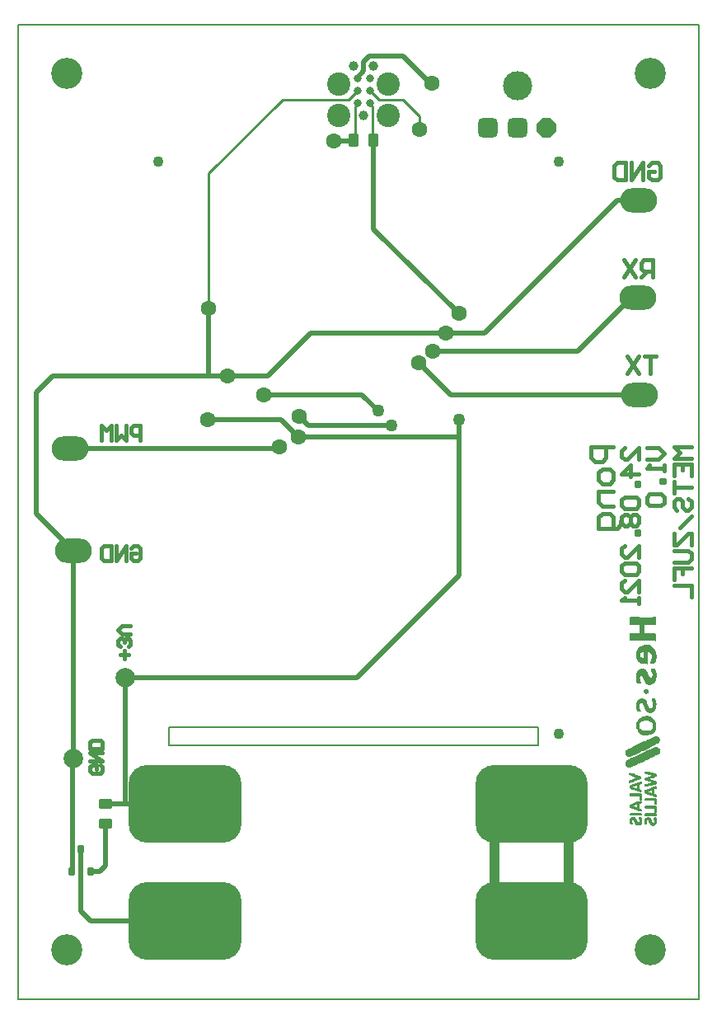
<source format=gtl>
G04*
G04 #@! TF.GenerationSoftware,Altium Limited,Altium Designer,19.0.10 (269)*
G04*
G04 Layer_Physical_Order=1*
G04 Layer_Color=255*
%FSLAX44Y44*%
%MOMM*%
G71*
G01*
G75*
%ADD10C,0.8000*%
%ADD11C,2.0000*%
G04:AMPARAMS|DCode=12|XSize=1.1mm|YSize=1.35mm|CornerRadius=0.1375mm|HoleSize=0mm|Usage=FLASHONLY|Rotation=0.000|XOffset=0mm|YOffset=0mm|HoleType=Round|Shape=RoundedRectangle|*
%AMROUNDEDRECTD12*
21,1,1.1000,1.0750,0,0,0.0*
21,1,0.8250,1.3500,0,0,0.0*
1,1,0.2750,0.4125,-0.5375*
1,1,0.2750,-0.4125,-0.5375*
1,1,0.2750,-0.4125,0.5375*
1,1,0.2750,0.4125,0.5375*
%
%ADD12ROUNDEDRECTD12*%
G04:AMPARAMS|DCode=13|XSize=1.1mm|YSize=1.35mm|CornerRadius=0.1375mm|HoleSize=0mm|Usage=FLASHONLY|Rotation=90.000|XOffset=0mm|YOffset=0mm|HoleType=Round|Shape=RoundedRectangle|*
%AMROUNDEDRECTD13*
21,1,1.1000,1.0750,0,0,90.0*
21,1,0.8250,1.3500,0,0,90.0*
1,1,0.2750,0.5375,0.4125*
1,1,0.2750,0.5375,-0.4125*
1,1,0.2750,-0.5375,-0.4125*
1,1,0.2750,-0.5375,0.4125*
%
%ADD13ROUNDEDRECTD13*%
G04:AMPARAMS|DCode=14|XSize=0.6mm|YSize=0.9mm|CornerRadius=0.15mm|HoleSize=0mm|Usage=FLASHONLY|Rotation=0.000|XOffset=0mm|YOffset=0mm|HoleType=Round|Shape=RoundedRectangle|*
%AMROUNDEDRECTD14*
21,1,0.6000,0.6000,0,0,0.0*
21,1,0.3000,0.9000,0,0,0.0*
1,1,0.3000,0.1500,-0.3000*
1,1,0.3000,-0.1500,-0.3000*
1,1,0.3000,-0.1500,0.3000*
1,1,0.3000,0.1500,0.3000*
%
%ADD14ROUNDEDRECTD14*%
%ADD15C,0.2540*%
%ADD16C,0.5000*%
%ADD17C,0.2500*%
%ADD18C,1.0000*%
%ADD19C,0.5080*%
%ADD20C,0.4000*%
%ADD21C,0.1500*%
%ADD22C,1.0000*%
%ADD23C,2.4000*%
%ADD24O,3.8000X2.5000*%
%ADD25C,3.2000*%
%ADD26C,1.1000*%
G04:AMPARAMS|DCode=27|XSize=8mm|YSize=8mm|CornerRadius=2mm|HoleSize=0mm|Usage=FLASHONLY|Rotation=0.000|XOffset=0mm|YOffset=0mm|HoleType=Round|Shape=RoundedRectangle|*
%AMROUNDEDRECTD27*
21,1,8.0000,4.0000,0,0,0.0*
21,1,4.0000,8.0000,0,0,0.0*
1,1,4.0000,2.0000,-2.0000*
1,1,4.0000,-2.0000,-2.0000*
1,1,4.0000,-2.0000,2.0000*
1,1,4.0000,2.0000,2.0000*
%
%ADD27ROUNDEDRECTD27*%
G04:AMPARAMS|DCode=28|XSize=2.032mm|YSize=2.032mm|CornerRadius=0.508mm|HoleSize=0mm|Usage=FLASHONLY|Rotation=0.000|XOffset=0mm|YOffset=0mm|HoleType=Round|Shape=RoundedRectangle|*
%AMROUNDEDRECTD28*
21,1,2.0320,1.0160,0,0,0.0*
21,1,1.0160,2.0320,0,0,0.0*
1,1,1.0160,0.5080,-0.5080*
1,1,1.0160,-0.5080,-0.5080*
1,1,1.0160,-0.5080,0.5080*
1,1,1.0160,0.5080,0.5080*
%
%ADD28ROUNDEDRECTD28*%
%ADD29P,2.1994X8X22.5*%
%ADD30C,3.0000*%
%ADD31C,1.2700*%
%ADD32C,1.6000*%
G36*
X532642Y391722D02*
Y385056D01*
X533383Y384408D01*
X542826D01*
Y375243D01*
X537179D01*
X533012Y375613D01*
X532642Y375243D01*
Y368299D01*
X533012Y367928D01*
Y367558D01*
X534031Y367928D01*
X558195Y367558D01*
X559213Y367280D01*
X559584Y367558D01*
Y374594D01*
X558936Y375243D01*
X547733D01*
Y384408D01*
X553288D01*
X559213Y384038D01*
X559584Y384408D01*
Y391352D01*
X559213Y391722D01*
Y392093D01*
X552918Y391722D01*
X533012Y392093D01*
X532642Y391722D01*
D02*
G37*
G36*
X548659Y363670D02*
X548011Y363577D01*
X547363Y363484D01*
X546530Y363299D01*
X545604Y363022D01*
X544771Y362651D01*
X543845Y362188D01*
X542919Y361633D01*
X541993Y360892D01*
X541160Y360059D01*
X540419Y359040D01*
X539771Y357837D01*
X539308Y356541D01*
X538938Y354967D01*
Y351078D01*
X539030Y350708D01*
X539216Y349782D01*
X539678Y348671D01*
X540419Y347375D01*
X540882Y346819D01*
X541437Y346171D01*
X542178Y345616D01*
X543011Y345060D01*
X543937Y344598D01*
X544956Y344135D01*
X548103Y343857D01*
X549770D01*
X550140Y343487D01*
X550511D01*
Y343579D01*
X550603Y343857D01*
X550696Y344320D01*
X550881Y345060D01*
X550974Y346079D01*
X551159Y347375D01*
X551251Y348949D01*
Y356726D01*
X551436Y356633D01*
X551807Y356448D01*
X552455Y356170D01*
X553103Y355615D01*
X553844Y354967D01*
X554492Y354134D01*
X554862Y353115D01*
X555047Y351819D01*
Y349782D01*
X553658Y344875D01*
X554029Y344505D01*
X557825D01*
X557917D01*
X558102Y344690D01*
X558380Y345060D01*
X558750Y345616D01*
X559121Y346449D01*
X559306Y347005D01*
X559491Y347745D01*
X559584Y348486D01*
X559769Y349412D01*
X559861Y350430D01*
X559954Y351541D01*
Y353023D01*
X559861Y353393D01*
X559769Y353948D01*
X559676Y354596D01*
X559399Y355430D01*
X559121Y356356D01*
X558843Y357374D01*
X558380Y358300D01*
X557825Y359318D01*
X557177Y360337D01*
X556436Y361262D01*
X555510Y362096D01*
X554492Y362744D01*
X553288Y363299D01*
X551992Y363670D01*
X550511Y363762D01*
X549492D01*
X549400D01*
X549122D01*
X548659Y363670D01*
D02*
G37*
G36*
X543567Y339135D02*
X542919Y338857D01*
X542086Y338394D01*
X541623Y338024D01*
X541160Y337654D01*
X540697Y337098D01*
X540326Y336450D01*
X539864Y335709D01*
X539493Y334784D01*
X539216Y333765D01*
X538938Y332654D01*
Y328210D01*
X539030Y327655D01*
X539123Y326914D01*
X539216Y326081D01*
X539401Y325248D01*
X539678Y324600D01*
X539956Y324044D01*
X540141Y323951D01*
X540326Y323859D01*
X543474D01*
X544585Y324600D01*
X544493Y324692D01*
X544400Y324970D01*
X544122Y325433D01*
X543845Y325988D01*
X543567Y326729D01*
X543289Y327655D01*
X543011Y328673D01*
X542826Y329784D01*
Y329877D01*
X542919Y330155D01*
X543104Y330617D01*
X543289Y330988D01*
X543567Y331451D01*
X543937Y331914D01*
X544400Y332191D01*
X544956Y332284D01*
Y332191D01*
X545141Y331914D01*
X545326Y331451D01*
X545604Y330895D01*
X545882Y330155D01*
X546252Y329414D01*
X546992Y327747D01*
X547918Y326081D01*
X548289Y325340D01*
X548751Y324600D01*
X549122Y324044D01*
X549492Y323581D01*
X549863Y323303D01*
X550140Y323211D01*
X552918Y322470D01*
X553010D01*
X553195D01*
X553566Y322563D01*
X554029Y322655D01*
X555140Y322933D01*
X555788Y323303D01*
X556436Y323674D01*
X557084Y324137D01*
X557732Y324785D01*
X558288Y325525D01*
X558843Y326451D01*
X559306Y327562D01*
X559676Y328766D01*
X559861Y330247D01*
X559954Y331914D01*
Y333488D01*
X559861Y334413D01*
X559769Y335432D01*
X559491Y336543D01*
X559213Y337654D01*
X558750Y338580D01*
X558473Y338950D01*
X558195Y339228D01*
X554399D01*
X553658Y338580D01*
X553751Y338394D01*
X554029Y338024D01*
X554306Y337376D01*
X554677Y336543D01*
X555140Y335709D01*
X555418Y334691D01*
X555695Y333673D01*
X555788Y332654D01*
Y332377D01*
X555695Y332006D01*
X555603Y331636D01*
X555325Y331173D01*
X555047Y330617D01*
X554584Y330155D01*
X554029Y329784D01*
X553658D01*
X553473Y329877D01*
X553288Y330247D01*
X553103Y330432D01*
X552918Y330803D01*
X552640Y331173D01*
X552362Y331729D01*
X551992Y332377D01*
X551622Y333210D01*
X551159Y334136D01*
X550696Y335154D01*
X550140Y336450D01*
X549492Y337839D01*
X549400Y337932D01*
X549122Y338024D01*
X548844Y338302D01*
X548381Y338487D01*
X547363Y339043D01*
X546807Y339135D01*
X546344Y339228D01*
X544215D01*
X544122D01*
X544030D01*
X543567Y339135D01*
D02*
G37*
G36*
X548844Y318211D02*
X548474Y318119D01*
X548011Y317934D01*
X547640Y317748D01*
X547270Y317378D01*
X546992Y316915D01*
Y314693D01*
X547085Y314601D01*
X547178Y314415D01*
X547363Y314138D01*
X547733Y313860D01*
X548196Y313582D01*
X548751Y313305D01*
X549492Y313027D01*
X549585D01*
X549863Y313119D01*
X550140Y313305D01*
X550603Y313490D01*
X551436Y314045D01*
X551714Y314415D01*
X551899Y314786D01*
Y316175D01*
X551807Y316637D01*
X551622Y317008D01*
X551344Y317471D01*
X550881Y317934D01*
X550325Y318211D01*
X549492Y318304D01*
X549400D01*
X549214D01*
X548844Y318211D01*
D02*
G37*
G36*
X543660Y308768D02*
X543104Y308583D01*
X542271Y308120D01*
X541345Y307379D01*
X540975Y306916D01*
X540512Y306361D01*
X540049Y305713D01*
X539678Y304972D01*
X539401Y304046D01*
X539123Y303120D01*
X539030Y302009D01*
X538938Y300806D01*
Y300343D01*
X539030Y299787D01*
Y299139D01*
X539216Y298213D01*
X539401Y297288D01*
X539678Y296084D01*
X540049Y294880D01*
X543197D01*
X543845Y295529D01*
X543752Y295621D01*
X543660Y295899D01*
X543382Y296362D01*
X543104Y296917D01*
X542641Y298306D01*
X542548Y299047D01*
X542456Y299787D01*
Y301917D01*
X542548Y302380D01*
X542734Y302843D01*
X543104Y303398D01*
X543474Y303861D01*
X544122Y304231D01*
X544956Y304324D01*
X545048D01*
X545233Y304139D01*
X545511Y303768D01*
X545696Y303491D01*
X545882Y303120D01*
X546159Y302657D01*
X546437Y302102D01*
X546715Y301454D01*
X547085Y300621D01*
X547455Y299695D01*
X547826Y298584D01*
X548289Y297288D01*
X548751Y295899D01*
X548844Y295806D01*
X549122Y295529D01*
X549492Y295251D01*
X549955Y294788D01*
X550511Y294417D01*
X551159Y294140D01*
X551714Y293862D01*
X552270Y293769D01*
X554399D01*
X554492D01*
X554584D01*
X555140Y293862D01*
X555973Y294232D01*
X556343Y294510D01*
X556899Y294880D01*
X557362Y295343D01*
X557825Y295899D01*
X558288Y296639D01*
X558750Y297473D01*
X559121Y298491D01*
X559491Y299695D01*
X559769Y300991D01*
X559954Y302565D01*
Y302843D01*
X559861Y303120D01*
Y303583D01*
X559676Y304509D01*
X559491Y305713D01*
X559213Y306824D01*
X558936Y307842D01*
X558750Y308305D01*
X558565Y308583D01*
X558380Y308768D01*
X558195Y308860D01*
X557454D01*
X557362D01*
X557084D01*
X556621Y308768D01*
X556158Y308675D01*
X555695Y308583D01*
X555232Y308398D01*
X554862Y308120D01*
X554677Y307750D01*
X554769Y307657D01*
X554955Y307379D01*
X555232Y306916D01*
X555510Y306268D01*
X555880Y305527D01*
X556158Y304509D01*
X556343Y303398D01*
X556436Y302194D01*
Y301639D01*
X556343Y301269D01*
X556158Y300713D01*
X555880Y300065D01*
X555510Y299417D01*
X555047Y298862D01*
X554399Y298491D01*
X553658Y298306D01*
X553566D01*
X553381Y298399D01*
X553010Y298769D01*
X552733Y299047D01*
X552547Y299324D01*
X552177Y299787D01*
X551899Y300343D01*
X551529Y301084D01*
X551159Y301824D01*
X550788Y302843D01*
X550418Y303954D01*
X549955Y305250D01*
X549492Y306731D01*
X549400Y306824D01*
X549122Y307101D01*
X548751Y307379D01*
X548196Y307750D01*
X547640Y308212D01*
X547085Y308490D01*
X546530Y308768D01*
X545974Y308860D01*
X543845D01*
X543752D01*
X543660Y308768D01*
D02*
G37*
G36*
X548474Y290529D02*
X547826Y290436D01*
X547085Y290251D01*
X546159Y290066D01*
X545233Y289696D01*
X544215Y289233D01*
X543197Y288677D01*
X542271Y287937D01*
X541345Y287104D01*
X540604Y286085D01*
X539864Y284789D01*
X539401Y283400D01*
X539030Y281734D01*
X538938Y279789D01*
Y279697D01*
X539030Y279419D01*
X539123Y278956D01*
X539216Y278401D01*
X539401Y277660D01*
X539678Y276919D01*
X540419Y275253D01*
X540975Y274420D01*
X541530Y273586D01*
X542178Y272846D01*
X543011Y272105D01*
X543937Y271549D01*
X544956Y271087D01*
X546067Y270809D01*
X547363Y270716D01*
X550511D01*
X550603D01*
X550881D01*
X551344Y270809D01*
X551899Y270994D01*
X552640Y271087D01*
X553381Y271364D01*
X554214Y271642D01*
X555047Y272105D01*
X555880Y272568D01*
X556714Y273123D01*
X557454Y273864D01*
X558195Y274697D01*
X558750Y275623D01*
X559213Y276734D01*
X559491Y278030D01*
X559584Y279419D01*
Y281919D01*
X559491Y282382D01*
X559399Y282937D01*
X559306Y283678D01*
X559028Y284419D01*
X558750Y285252D01*
X558288Y286085D01*
X557825Y286918D01*
X557084Y287752D01*
X556343Y288492D01*
X555325Y289233D01*
X554214Y289788D01*
X552825Y290251D01*
X551251Y290529D01*
X549492Y290622D01*
X549400D01*
X549029D01*
X548474Y290529D01*
D02*
G37*
G36*
X558843Y269605D02*
X558565Y269513D01*
X558010Y269328D01*
X557269Y269050D01*
X556343Y268679D01*
X555047Y268124D01*
X553473Y267476D01*
X552640Y267106D01*
X551622Y266643D01*
X550511Y266180D01*
X549307Y265624D01*
X548103Y264976D01*
X546715Y264421D01*
X545141Y263680D01*
X543567Y262939D01*
X541808Y262106D01*
X539956Y261273D01*
X538012Y260347D01*
X535882Y259329D01*
X533661Y258218D01*
X531253Y257107D01*
X531161Y257014D01*
X530883Y256921D01*
X530420Y256644D01*
X529957Y256366D01*
X528939Y255440D01*
X528476Y254885D01*
X528106Y254329D01*
Y251181D01*
X528198Y251089D01*
X528291Y250811D01*
X528568Y250348D01*
X529031Y249885D01*
X529494Y249515D01*
X530050Y249052D01*
X530790Y248774D01*
X531624Y248682D01*
X532364D01*
X532550D01*
X532827Y248774D01*
X533198Y248867D01*
X533846Y249144D01*
X534679Y249422D01*
X535790Y249885D01*
X537179Y250441D01*
X538938Y251274D01*
X539956Y251644D01*
X541067Y252200D01*
X542271Y252755D01*
X543567Y253311D01*
X544956Y254051D01*
X546437Y254699D01*
X548103Y255533D01*
X549863Y256366D01*
X551714Y257292D01*
X553751Y258310D01*
X555880Y259329D01*
X558102Y260532D01*
X560510Y261736D01*
X563102Y263032D01*
X563750Y265161D01*
Y266550D01*
X563657Y266920D01*
X563472Y267476D01*
X563195Y268031D01*
X562732Y268587D01*
X562176Y269142D01*
X561343Y269698D01*
X559213D01*
X559121D01*
X558843Y269605D01*
D02*
G37*
G36*
Y258773D02*
X558473Y258680D01*
X557917Y258403D01*
X557177Y258125D01*
X556158Y257662D01*
X554862Y257107D01*
X553195Y256366D01*
X552177Y255903D01*
X551159Y255440D01*
X549955Y254885D01*
X548751Y254329D01*
X547363Y253681D01*
X545882Y252940D01*
X544215Y252200D01*
X542456Y251366D01*
X540604Y250441D01*
X538660Y249515D01*
X536531Y248496D01*
X534216Y247385D01*
X531809Y246182D01*
X529216Y244886D01*
X529124Y244793D01*
X529031Y244701D01*
X528661Y244052D01*
X528291Y243312D01*
X528106Y242849D01*
Y240812D01*
X528198Y240442D01*
X528383Y239979D01*
X528661Y239331D01*
X529216Y238683D01*
X530050Y238127D01*
X530513Y237942D01*
X531161Y237664D01*
X531809Y237572D01*
X532642Y237479D01*
X532735D01*
X532920Y237572D01*
X533290Y237757D01*
X533753Y237942D01*
X534401Y238220D01*
X535142Y238590D01*
X535975Y238960D01*
X536901Y239331D01*
X538938Y240257D01*
X541252Y241367D01*
X543845Y242479D01*
X546530Y243682D01*
X549214Y244978D01*
X551899Y246274D01*
X554492Y247478D01*
X556899Y248682D01*
X559121Y249885D01*
X560047Y250441D01*
X560973Y250903D01*
X561713Y251366D01*
X562454Y251829D01*
X563009Y252200D01*
X563472Y252570D01*
X563750Y254329D01*
Y255440D01*
X563657Y255810D01*
X563565Y256273D01*
X563287Y256829D01*
X562824Y257384D01*
X562176Y258032D01*
X561250Y258495D01*
X559954Y258866D01*
X559213D01*
X559121D01*
X558843Y258773D01*
D02*
G37*
G36*
X531624Y231554D02*
Y230443D01*
X531716Y230350D01*
X531994Y230072D01*
X532550Y229702D01*
X532920Y229517D01*
X533383Y229239D01*
X534031Y229054D01*
X534679Y228776D01*
X535512Y228406D01*
X536531Y228128D01*
X537642Y227758D01*
X538938Y227387D01*
X538845Y227295D01*
X538567Y227110D01*
X538012Y226739D01*
X537549Y226554D01*
X537086Y226369D01*
X536531Y226091D01*
X535790Y225814D01*
X534957Y225536D01*
X534031Y225073D01*
X532920Y224702D01*
X531624Y224240D01*
Y222481D01*
X532364Y221740D01*
X532642D01*
X532735D01*
X533198Y221925D01*
X533753Y222110D01*
X534494Y222295D01*
X535420Y222573D01*
X536438Y222943D01*
X538567Y223684D01*
X540789Y224517D01*
X541808Y224888D01*
X542734Y225258D01*
X543474Y225721D01*
X544030Y225999D01*
X544493Y226369D01*
X544585Y226647D01*
Y227758D01*
X544400Y227943D01*
X544215Y228036D01*
X543937Y228221D01*
X543567Y228498D01*
X543011Y228684D01*
X542363Y229054D01*
X541623Y229424D01*
X540604Y229795D01*
X539401Y230257D01*
X538012Y230720D01*
X536438Y231276D01*
X534494Y231924D01*
X532364Y232572D01*
X531624Y231554D01*
D02*
G37*
G36*
X547363Y232942D02*
Y231831D01*
X547455Y231739D01*
X547733Y231461D01*
X548289Y231183D01*
X548751Y230998D01*
X549214Y230813D01*
X549863Y230535D01*
X550603Y230350D01*
X551436Y230165D01*
X552547Y229887D01*
X553658Y229702D01*
X555047Y229424D01*
Y229146D01*
X554955D01*
X554677Y229054D01*
X554306Y228961D01*
X553844Y228869D01*
X552640Y228591D01*
X551159Y228221D01*
X549770Y227758D01*
X548566Y227295D01*
X548103Y227017D01*
X547733Y226739D01*
X547455Y226554D01*
X547363Y226276D01*
Y225165D01*
X547455Y225073D01*
X547733Y224795D01*
X548289Y224425D01*
X548751Y224240D01*
X549214Y224054D01*
X549863Y223777D01*
X550603Y223591D01*
X551436Y223314D01*
X552547Y223036D01*
X553658Y222758D01*
X555047Y222481D01*
Y222110D01*
X554955D01*
X554677Y222018D01*
X554306D01*
X553844Y221925D01*
X552640Y221647D01*
X551159Y221369D01*
X549770Y220999D01*
X548566Y220629D01*
X548103Y220351D01*
X547733Y220166D01*
X547455Y219888D01*
X547363Y219703D01*
Y218592D01*
X548103Y217944D01*
X548381D01*
X548474D01*
X548937Y218036D01*
X549492Y218129D01*
X550233Y218222D01*
X551159Y218407D01*
X552177Y218592D01*
X554306Y219055D01*
X556529Y219518D01*
X557547Y219796D01*
X558473Y220073D01*
X559213Y220351D01*
X559769Y220536D01*
X560232Y220814D01*
X560324Y221092D01*
Y222943D01*
X560232Y223036D01*
X559954Y223314D01*
X559399Y223591D01*
X559028Y223777D01*
X558473Y224054D01*
X557917Y224240D01*
X557177Y224517D01*
X556343Y224795D01*
X555325Y225073D01*
X554214Y225351D01*
X552918Y225628D01*
Y225999D01*
X553010D01*
X553195Y226091D01*
X553566Y226184D01*
X554029Y226276D01*
X555232Y226554D01*
X556621Y226924D01*
X558010Y227387D01*
X559121Y227850D01*
X559676Y228036D01*
X560047Y228313D01*
X560232Y228498D01*
X560324Y228776D01*
Y230628D01*
X560139Y230720D01*
X559954Y230906D01*
X559676Y230998D01*
X559306Y231183D01*
X558843Y231369D01*
X558195Y231554D01*
X557362Y231831D01*
X556436Y232109D01*
X555325Y232387D01*
X553936Y232665D01*
X552362Y232942D01*
X550511Y233313D01*
X548381Y233683D01*
X548103D01*
X547363Y232942D01*
D02*
G37*
G36*
X543382Y223314D02*
X542826Y223221D01*
X542178Y222943D01*
X541345Y222666D01*
X540419Y222388D01*
X538382Y221647D01*
X536253Y220814D01*
X535234Y220351D01*
X534309Y219888D01*
X533568Y219425D01*
X532827Y219055D01*
X532364Y218592D01*
X531994Y218222D01*
Y217851D01*
X532087Y217481D01*
X532364Y217018D01*
X532920Y216463D01*
X533290Y216092D01*
X533753Y215722D01*
X534401Y215444D01*
X535049Y215074D01*
X535882Y214704D01*
X536901Y214333D01*
X538012Y213963D01*
X539308Y213685D01*
X544215Y211926D01*
X545233Y213407D01*
Y213685D01*
X545141Y213778D01*
X545048Y213963D01*
X544493Y214518D01*
X543660Y215166D01*
X543104Y215352D01*
X542456Y215444D01*
Y219981D01*
X542548D01*
X542919Y220073D01*
X543289Y220259D01*
X543845Y220444D01*
X544308Y220721D01*
X544771Y221092D01*
X545141Y221555D01*
X545233Y222110D01*
Y222203D01*
X545141Y222295D01*
X544956Y222758D01*
X544493Y223314D01*
X544215Y223406D01*
X543845Y223499D01*
X543752D01*
X543382Y223314D01*
D02*
G37*
G36*
X558473Y218407D02*
X557825Y218222D01*
X557084Y218036D01*
X556251Y217666D01*
X555232Y217388D01*
X553103Y216555D01*
X551066Y215722D01*
X550048Y215352D01*
X549122Y214981D01*
X548474Y214611D01*
X547826Y214241D01*
X547455Y213963D01*
X547363Y213685D01*
Y211833D01*
X547548Y211741D01*
X547733Y211556D01*
X547918Y211371D01*
X548289Y211185D01*
X548751Y210908D01*
X549400Y210630D01*
X550140Y210352D01*
X550974Y209982D01*
X552085Y209519D01*
X553381Y209056D01*
X554862Y208593D01*
X556621Y208038D01*
X558565Y207390D01*
X559584D01*
X560324Y208130D01*
Y209334D01*
X560232Y209426D01*
X560047Y209704D01*
X559676Y209889D01*
X559306Y210167D01*
X558658Y210352D01*
X557825Y210537D01*
Y214889D01*
X557917Y214981D01*
X558102Y215166D01*
X558473Y215352D01*
X558843Y215629D01*
X559491Y215907D01*
X560324Y216185D01*
Y217666D01*
X560139Y218036D01*
X559954Y218222D01*
X559769Y218314D01*
X559399Y218500D01*
X558936Y218592D01*
X558843D01*
X558473Y218407D01*
D02*
G37*
G36*
X532827Y211185D02*
X532457Y210908D01*
X532272Y210630D01*
X532179Y210260D01*
X531994Y209704D01*
Y209149D01*
X533383Y208130D01*
X542086D01*
Y205908D01*
X542178Y205723D01*
Y205353D01*
X542363Y204982D01*
X542456Y204612D01*
X542641Y204242D01*
X542919Y204056D01*
X543197Y203964D01*
X544215D01*
X544956Y204612D01*
Y210537D01*
X544215Y211278D01*
X533012D01*
X532920D01*
X532827Y211185D01*
D02*
G37*
G36*
X547363Y205353D02*
Y204242D01*
X548103Y203594D01*
X557454D01*
Y200075D01*
X558565Y199057D01*
X559213D01*
X560324Y200075D01*
Y205353D01*
X559213Y206371D01*
X548381D01*
X547363Y205353D01*
D02*
G37*
G36*
X543660Y203408D02*
X543104Y203223D01*
X542271Y203038D01*
X541345Y202760D01*
X540326Y202390D01*
X538105Y201649D01*
X535882Y200909D01*
X534864Y200446D01*
X533938Y200075D01*
X533105Y199705D01*
X532550Y199335D01*
X532087Y198964D01*
X531994Y198687D01*
Y197205D01*
X532179Y197020D01*
X532364Y196835D01*
X532642Y196557D01*
X533012Y196372D01*
X533475Y196094D01*
X534123Y195724D01*
X534957Y195354D01*
X535975Y194983D01*
X537179Y194520D01*
X538567Y194058D01*
X540141Y193502D01*
X542086Y192947D01*
X544215Y192391D01*
X545233Y193410D01*
Y194150D01*
X545141Y194335D01*
X545048Y194520D01*
X544863Y194706D01*
X544585Y194891D01*
X544030Y195168D01*
X543382Y195354D01*
X542456Y195539D01*
Y199705D01*
X542826Y200075D01*
X542919D01*
X543197Y200261D01*
X543567Y200446D01*
X544030Y200723D01*
X544493Y201001D01*
X544863Y201279D01*
X545141Y201557D01*
X545233Y201835D01*
Y202483D01*
X544215Y203594D01*
X544030D01*
X543660Y203408D01*
D02*
G37*
G36*
X547363Y197668D02*
Y196557D01*
X548381Y195539D01*
X557454D01*
Y192021D01*
X558195Y191373D01*
X559584D01*
X560324Y192021D01*
Y197668D01*
X560232Y197854D01*
X559954Y198131D01*
X559676Y198316D01*
X559306Y198501D01*
X558750Y198594D01*
X558195Y198687D01*
X548381D01*
X547363Y197668D01*
D02*
G37*
G36*
X531994Y190262D02*
Y189614D01*
X533012Y188503D01*
X544215D01*
X545233Y189614D01*
Y190262D01*
X544215Y191373D01*
X533012D01*
X531994Y190262D01*
D02*
G37*
G36*
X547363Y189891D02*
Y188503D01*
X548103Y187854D01*
X559584D01*
X560324Y188503D01*
Y189891D01*
X559584Y190632D01*
X548103D01*
X547363Y189891D01*
D02*
G37*
G36*
X535234Y187021D02*
X534586Y186836D01*
X533846Y186558D01*
X533198Y186003D01*
X532550Y185170D01*
X532364Y184707D01*
X532179Y184059D01*
X531994Y183410D01*
Y182392D01*
X532087Y182022D01*
X532179Y181466D01*
X532272Y180818D01*
X532457Y180170D01*
X532735Y179615D01*
X533012Y179244D01*
X533383Y179059D01*
X534771D01*
X535512Y179800D01*
X534771Y182577D01*
Y182670D01*
X534864Y182762D01*
X535142Y183225D01*
X535420Y183781D01*
X535605Y183873D01*
X535790Y183966D01*
X538290Y179059D01*
X538382Y178967D01*
X538475Y178874D01*
X539030Y178504D01*
X539771Y178226D01*
X540234Y178041D01*
X540697D01*
X541437D01*
X541623D01*
X541993Y178133D01*
X542641Y178318D01*
X543289Y178596D01*
X544030Y179152D01*
X544678Y179985D01*
X544863Y180448D01*
X545048Y181096D01*
X545233Y181744D01*
Y184059D01*
X545141Y184522D01*
X545048Y185077D01*
X544771Y185632D01*
X544493Y186281D01*
X544030Y186744D01*
X543474Y187114D01*
X542456D01*
X541808Y186466D01*
Y186095D01*
X542456Y182577D01*
Y182485D01*
X542363Y182392D01*
X542086Y181837D01*
X541530Y181374D01*
X541160Y181281D01*
X540697Y181189D01*
Y181281D01*
X540604Y181374D01*
X540512Y181651D01*
X540419Y182022D01*
X540049Y182948D01*
X539586Y183966D01*
X539030Y184984D01*
X538475Y185910D01*
X537827Y186651D01*
X537549Y186929D01*
X537179Y187114D01*
X535790D01*
X535605D01*
X535234Y187021D01*
D02*
G37*
G36*
X556806Y186095D02*
X557454Y181929D01*
X556806Y181189D01*
X556066D01*
X555973Y181281D01*
X555788Y181466D01*
X555603Y181837D01*
X555325Y182392D01*
X554955Y183225D01*
X554769Y183781D01*
X554584Y184429D01*
X554306Y185262D01*
X554029Y186095D01*
X551899Y186744D01*
X550881D01*
X550696D01*
X550325Y186558D01*
X549770Y186373D01*
X549122Y186095D01*
X548474Y185632D01*
X547918Y184984D01*
X547548Y184244D01*
X547363Y183318D01*
Y180911D01*
X547455Y180540D01*
X547548Y180170D01*
X547733Y179800D01*
X547918Y179429D01*
X548289Y179059D01*
X548751Y178781D01*
X549770D01*
X549863D01*
X550140Y178874D01*
X550418Y179244D01*
X550511Y179429D01*
Y179800D01*
X550140Y183318D01*
X550511Y183596D01*
X551529D01*
Y183503D01*
X551622Y183318D01*
X551714Y183040D01*
X551807Y182670D01*
X552177Y181744D01*
X552640Y180633D01*
X553288Y179522D01*
X554029Y178596D01*
X554492Y178226D01*
X554955Y177948D01*
X555510Y177763D01*
X556066Y177670D01*
X556251D01*
X556714Y177763D01*
X557362Y177948D01*
X558102Y178318D01*
X558936Y178874D01*
X559676Y179707D01*
X559954Y180263D01*
X560232Y180911D01*
X560417Y181744D01*
X560602Y182577D01*
Y182762D01*
X560510Y183318D01*
X560324Y183966D01*
X560139Y184799D01*
X559861Y185632D01*
X559491Y186373D01*
X559028Y186929D01*
X558843Y187021D01*
X558565Y187114D01*
X558195D01*
X556806Y186095D01*
D02*
G37*
%LPC*%
G36*
X546992Y356726D02*
Y356356D01*
X546622Y352560D01*
Y350430D01*
X546344D01*
X546252D01*
X545882Y350523D01*
X545326Y350708D01*
X544771Y350986D01*
X544215Y351356D01*
X543660Y351912D01*
X543289Y352652D01*
X543197Y353578D01*
Y353671D01*
X543289Y353948D01*
X543382Y354319D01*
X543660Y354874D01*
X544122Y355337D01*
X544771Y355893D01*
X545696Y356356D01*
X546992Y356726D01*
D02*
G37*
G36*
X547733Y285715D02*
X550881D01*
X550974D01*
X551159D01*
X551436Y285622D01*
X551714Y285530D01*
X552640Y285252D01*
X553658Y284881D01*
X554677Y284233D01*
X555603Y283493D01*
X555880Y283030D01*
X556158Y282474D01*
X556343Y281826D01*
X556436Y281178D01*
Y279604D01*
X556343Y279049D01*
X556066Y278308D01*
X555603Y277475D01*
X555232Y277104D01*
X554769Y276642D01*
X554306Y276271D01*
X553658Y275993D01*
X552825Y275623D01*
X551992Y275438D01*
X550974Y275345D01*
X549770Y275253D01*
X549492D01*
X549400D01*
X549214D01*
X548844D01*
X548289Y275345D01*
X547178Y275531D01*
X545789Y275901D01*
X544400Y276549D01*
X543845Y276919D01*
X543197Y277475D01*
X542734Y278123D01*
X542363Y278771D01*
X542178Y279604D01*
X542086Y280530D01*
Y280715D01*
X542178Y281178D01*
X542363Y281919D01*
X542826Y282845D01*
X543474Y283678D01*
X543937Y284141D01*
X544493Y284511D01*
X545141Y284881D01*
X545882Y285252D01*
X546715Y285530D01*
X547733Y285715D01*
D02*
G37*
G36*
X539678Y218962D02*
Y216555D01*
X535512Y217574D01*
Y217944D01*
X539678Y218962D01*
D02*
G37*
G36*
X555047Y214056D02*
Y211648D01*
X550881Y212667D01*
Y213037D01*
X555047Y214056D01*
D02*
G37*
G36*
X539678Y199335D02*
Y196557D01*
X536160Y197668D01*
Y198316D01*
X539678Y199335D01*
D02*
G37*
%LPD*%
D10*
X252750Y920300D02*
D03*
X265450Y945700D02*
D03*
X252750D02*
D03*
Y933000D02*
D03*
X265450Y920300D02*
D03*
Y933000D02*
D03*
D11*
X13750Y330000D02*
D03*
X-38870Y247000D02*
D03*
D12*
X248750Y882000D02*
D03*
X268750D02*
D03*
D13*
X-6250Y200000D02*
D03*
Y180000D02*
D03*
D14*
X-31250Y153500D02*
D03*
X-40750Y130500D02*
D03*
X-21750D02*
D03*
D15*
X267870Y876880D02*
Y916403D01*
X248750Y882000D02*
X247750Y881000D01*
X250330Y883580D02*
X248750Y882000D01*
X250330Y883580D02*
Y916403D01*
X265450Y918822D02*
Y920300D01*
X267870Y916403D02*
X265450Y918822D01*
X252750D02*
Y920300D01*
Y918822D02*
X250330Y916403D01*
D16*
X356653Y577000D02*
Y595000D01*
Y434903D02*
Y577000D01*
X191750D01*
X356653Y434903D02*
X251750Y330000D01*
X171250Y565500D02*
X-42250D01*
X173750Y595000D02*
X98750D01*
X191750Y577000D02*
X173750Y595000D01*
X257250Y620500D02*
X156750D01*
X273750Y604000D02*
X257250Y620500D01*
X201750Y589000D02*
X192750Y598000D01*
X287750Y589000D02*
X201750D01*
X-39250Y246620D02*
Y460000D01*
X160750Y640000D02*
X118750D01*
X204535Y683785D02*
X160750Y640000D01*
X118750D02*
X100075D01*
X100075Y640000D01*
X479249Y664999D02*
X329751D01*
X534250Y720000D02*
X479249Y664999D01*
X343750Y683785D02*
X204535D01*
X100075Y640000D02*
X99750Y640325D01*
Y709000D01*
X100075Y640000D02*
X-60250D01*
X-77250Y498000D02*
Y623000D01*
X-39250Y460000D02*
X-77250Y498000D01*
X-60250Y640000D02*
X-77250Y623000D01*
X-39250Y246620D02*
X-40250Y245620D01*
X-38870Y247000D02*
X-39250Y246620D01*
X-40250Y131000D02*
Y245620D01*
Y131000D02*
X-40750Y130500D01*
X-6250Y136429D02*
Y180000D01*
Y136429D02*
X-12179Y130500D01*
X-21750D01*
X37750Y80000D02*
X-21250D01*
X-31250Y90000D01*
Y153500D01*
X-31249Y153501D02*
X-31250Y153500D01*
X100075Y709000D02*
X99942D01*
X13750Y200000D02*
Y330000D01*
X268750Y790673D02*
Y882000D01*
X383535Y683785D02*
X343750D01*
X542750Y620000D02*
X348749D01*
X251750Y330000D02*
X13750D01*
Y200000D02*
X-6250D01*
X37750D02*
X13750D01*
X-31249Y153501D02*
X-31250Y153502D01*
X37750Y80000D02*
Y100000D01*
X-21750Y130500D02*
Y132000D01*
X519750Y820000D02*
X383535Y683785D01*
X541750Y820000D02*
X519750D01*
X540750Y720000D02*
X534250D01*
X348749Y620000D02*
X315751Y652999D01*
X356653Y704000D02*
X268750Y790673D01*
X327750Y940000D02*
X299310Y968440D01*
X328750Y940000D02*
X327750D01*
X299310Y968440D02*
X265101D01*
X259220Y962559D01*
Y952960D02*
Y962559D01*
X252750Y945700D02*
X251547D01*
X259220Y952960D02*
X252750Y946490D01*
Y945700D02*
Y946490D01*
X126200Y81000D02*
X50200D01*
D17*
X100075Y709000D02*
Y848065D01*
X175590Y923580D02*
X100075Y848065D01*
X316750Y906000D02*
X299170Y923580D01*
X316750Y893000D02*
Y906000D01*
X243330Y923580D02*
X175590D01*
X252750Y933000D02*
X243330Y923580D01*
X299170D02*
X274870D01*
X265450Y933000D01*
D18*
X393750Y80000D02*
Y200000D01*
X469750Y80000D02*
Y200000D01*
X393750D01*
D19*
X247750Y881000D02*
X228750D01*
X229250Y881500D02*
X228750Y881000D01*
D20*
X13098Y349000D02*
Y357464D01*
X17330Y353232D02*
X8866D01*
X17330Y361696D02*
X19446Y363812D01*
Y368044D01*
X17330Y370160D01*
X15214D01*
X13098Y368044D01*
Y365928D01*
Y368044D01*
X10982Y370160D01*
X8866D01*
X6750Y368044D01*
Y363812D01*
X8866Y361696D01*
X19446Y374392D02*
X10982D01*
X6750Y378624D01*
X10982Y382856D01*
X19446D01*
X-11670Y240464D02*
X-9554Y238348D01*
Y234116D01*
X-11670Y232000D01*
X-20134D01*
X-22250Y234116D01*
Y238348D01*
X-20134Y240464D01*
X-15902D01*
Y236232D01*
X-22250Y244696D02*
X-9554D01*
X-22250Y253160D01*
X-9554D01*
Y257392D02*
X-22250D01*
Y263740D01*
X-20134Y265856D01*
X-11670D01*
X-9554Y263740D01*
Y257392D01*
X559750Y659774D02*
X547901D01*
X553825D01*
Y642000D01*
X541976Y659774D02*
X530126Y642000D01*
Y659774D02*
X541976Y642000D01*
X555750Y741000D02*
Y758774D01*
X546863D01*
X543900Y755812D01*
Y749887D01*
X546863Y746925D01*
X555750D01*
X549825D02*
X543900Y741000D01*
X537976Y758774D02*
X526126Y741000D01*
Y758774D02*
X537976Y741000D01*
X29750Y574000D02*
Y588995D01*
X22252D01*
X19753Y586496D01*
Y581498D01*
X22252Y578998D01*
X29750D01*
X14755Y588995D02*
Y574000D01*
X9756Y578998D01*
X4758Y574000D01*
Y588995D01*
X-240Y574000D02*
Y588995D01*
X-5239Y583997D01*
X-10237Y588995D01*
Y574000D01*
X551900Y855812D02*
X554863Y858774D01*
X560788D01*
X563750Y855812D01*
Y843962D01*
X560788Y841000D01*
X554863D01*
X551900Y843962D01*
Y849887D01*
X557825D01*
X545976Y841000D02*
Y858774D01*
X534126Y841000D01*
Y858774D01*
X528201D02*
Y841000D01*
X519314D01*
X516352Y843962D01*
Y855812D01*
X519314Y858774D01*
X528201D01*
X19753Y462496D02*
X22252Y464995D01*
X27251D01*
X29750Y462496D01*
Y452499D01*
X27251Y450000D01*
X22252D01*
X19753Y452499D01*
Y457498D01*
X24752D01*
X14755Y450000D02*
Y464995D01*
X4758Y450000D01*
Y464995D01*
X-240D02*
Y450000D01*
X-7738D01*
X-10237Y452499D01*
Y462496D01*
X-7738Y464995D01*
X-240D01*
X515750Y567000D02*
X492897D01*
Y555574D01*
X496706Y551765D01*
X504324D01*
X508133Y555574D01*
Y567000D01*
X515750Y540339D02*
Y532721D01*
X511941Y528912D01*
X504324D01*
X500515Y532721D01*
Y540339D01*
X504324Y544147D01*
X511941D01*
X515750Y540339D01*
Y521295D02*
X500515D01*
Y509868D01*
X504324Y506060D01*
X515750D01*
X523368Y490825D02*
Y487016D01*
X519559Y483207D01*
X500515D01*
Y494633D01*
X504324Y498442D01*
X511941D01*
X515750Y494633D01*
Y483207D01*
X549976Y566000D02*
X561825D01*
X567750Y560075D01*
X561825Y554151D01*
X549976D01*
X567750Y548226D02*
Y542301D01*
Y545263D01*
X549976D01*
X552938Y548226D01*
X567750Y533414D02*
X564788D01*
Y530452D01*
X567750D01*
Y533414D01*
X552938Y518602D02*
X549976Y515640D01*
Y509715D01*
X552938Y506753D01*
X564788D01*
X567750Y509715D01*
Y515640D01*
X564788Y518602D01*
X552938D01*
X541750Y554151D02*
Y566000D01*
X529901Y554151D01*
X526938D01*
X523976Y557113D01*
Y563038D01*
X526938Y566000D01*
X541750Y539339D02*
X523976D01*
X532863Y548226D01*
Y536376D01*
X541750Y530452D02*
X538788D01*
Y527489D01*
X541750D01*
Y530452D01*
X526938Y515640D02*
X523976Y512677D01*
Y506753D01*
X526938Y503790D01*
X538788D01*
X541750Y506753D01*
Y512677D01*
X538788Y515640D01*
X526938D01*
Y497865D02*
X523976Y494903D01*
Y488978D01*
X526938Y486016D01*
X529901D01*
X532863Y488978D01*
X535825Y486016D01*
X538788D01*
X541750Y488978D01*
Y494903D01*
X538788Y497865D01*
X535825D01*
X532863Y494903D01*
X529901Y497865D01*
X526938D01*
X532863Y494903D02*
Y488978D01*
X541750Y480091D02*
X538788D01*
Y477129D01*
X541750D01*
Y480091D01*
Y453430D02*
Y465279D01*
X529901Y453430D01*
X526938D01*
X523976Y456392D01*
Y462317D01*
X526938Y465279D01*
Y447505D02*
X523976Y444543D01*
Y438618D01*
X526938Y435655D01*
X538788D01*
X541750Y438618D01*
Y444543D01*
X538788Y447505D01*
X526938D01*
X541750Y417881D02*
Y429731D01*
X529901Y417881D01*
X526938D01*
X523976Y420844D01*
Y426768D01*
X526938Y429731D01*
X541750Y411956D02*
Y406032D01*
Y408994D01*
X523976D01*
X526938Y411956D01*
X595750Y567000D02*
X577976D01*
X583900Y561075D01*
X577976Y555150D01*
X595750D01*
X577976Y537376D02*
Y549226D01*
X595750D01*
Y537376D01*
X586863Y549226D02*
Y543301D01*
X577976Y531451D02*
Y519602D01*
Y525527D01*
X595750D01*
X580938Y501828D02*
X577976Y504790D01*
Y510715D01*
X580938Y513677D01*
X583900D01*
X586863Y510715D01*
Y504790D01*
X589825Y501828D01*
X592788D01*
X595750Y504790D01*
Y510715D01*
X592788Y513677D01*
X595750Y495903D02*
X583900Y484053D01*
X577976Y478129D02*
Y466279D01*
X580938D01*
X592788Y478129D01*
X595750D01*
Y466279D01*
X577976Y460354D02*
X592788D01*
X595750Y457392D01*
Y451467D01*
X592788Y448505D01*
X577976D01*
Y430731D02*
Y442580D01*
X586863D01*
Y436655D01*
Y442580D01*
X595750D01*
X577976Y424806D02*
X595750D01*
Y412956D01*
D21*
X58750Y260000D02*
Y279000D01*
X438750Y260000D02*
Y279000D01*
X58750Y279000D01*
X438750Y260000D02*
X58750Y260000D01*
X603750Y1000000D02*
X603750Y0D01*
X603750Y1000000D02*
X-96250D01*
Y0D02*
Y1000000D01*
X603750Y0D02*
X-96250D01*
D22*
X248940Y958400D02*
D03*
X269260D02*
D03*
X259100Y907600D02*
D03*
D23*
X284500D02*
D03*
X233700D02*
D03*
X284500Y939350D02*
D03*
X233700D02*
D03*
D24*
X541750Y820000D02*
D03*
X540750Y720000D02*
D03*
X542750Y620000D02*
D03*
X-39250Y460000D02*
D03*
X-42250Y565500D02*
D03*
D25*
X-46249Y949999D02*
D03*
X553751D02*
D03*
X-46249Y49999D02*
D03*
X553751D02*
D03*
D26*
X47650Y860000D02*
D03*
X459850Y272400D02*
D03*
Y860000D02*
D03*
D27*
X57750Y80000D02*
D03*
X449750D02*
D03*
X93750D02*
D03*
X413750D02*
D03*
X449750Y200000D02*
D03*
X57750D02*
D03*
X413750D02*
D03*
X93750D02*
D03*
D28*
X386750Y894800D02*
D03*
X416750D02*
D03*
D29*
X446750D02*
D03*
D30*
X416750Y938000D02*
D03*
D31*
X356653Y595000D02*
D03*
X273750Y604000D02*
D03*
X287750Y589000D02*
D03*
D32*
X172750Y567000D02*
D03*
X192750Y598000D02*
D03*
X191750Y577000D02*
D03*
X156750Y620500D02*
D03*
X98750Y595000D02*
D03*
X118750Y640000D02*
D03*
X329751Y664999D02*
D03*
X316750Y893000D02*
D03*
X228750Y881000D02*
D03*
X328750Y940000D02*
D03*
X315751Y652999D02*
D03*
X356653Y704000D02*
D03*
X343750Y683785D02*
D03*
X99750Y709000D02*
D03*
M02*

</source>
